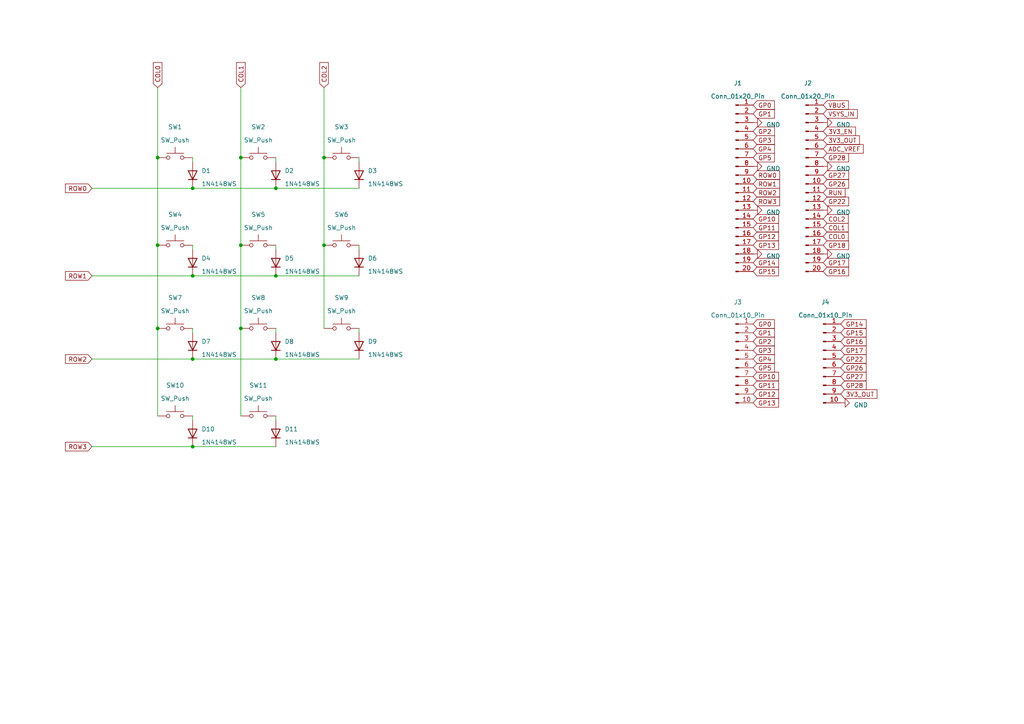
<source format=kicad_sch>
(kicad_sch (version 20230121) (generator eeschema)
  (paper "A4")
  (lib_symbols
    (symbol "Connector:Conn_01x10_Pin" (pin_names (offset 1.016) hide)
      (property "Reference" "J" (at 0 12.7 0))
      (property "Value" "Conn_01x10_Pin" (at 0 -15.24 0))
      (symbol "Conn_01x10_Pin_1_1"
        (polyline (pts (xy 1.27 -12.7) (xy 0.8636 -12.7)) (stroke (width 0.1524)))
        (polyline (pts (xy 1.27 -10.16) (xy 0.8636 -10.16)) (stroke (width 0.1524)))
        (polyline (pts (xy 1.27 -7.62) (xy 0.8636 -7.62)) (stroke (width 0.1524)))
        (polyline (pts (xy 1.27 -5.08) (xy 0.8636 -5.08)) (stroke (width 0.1524)))
        (polyline (pts (xy 1.27 -2.54) (xy 0.8636 -2.54)) (stroke (width 0.1524)))
        (polyline (pts (xy 1.27 0) (xy 0.8636 0)) (stroke (width 0.1524)))
        (polyline (pts (xy 1.27 2.54) (xy 0.8636 2.54)) (stroke (width 0.1524)))
        (polyline (pts (xy 1.27 5.08) (xy 0.8636 5.08)) (stroke (width 0.1524)))
        (polyline (pts (xy 1.27 7.62) (xy 0.8636 7.62)) (stroke (width 0.1524)))
        (polyline (pts (xy 1.27 10.16) (xy 0.8636 10.16)) (stroke (width 0.1524)))
        (rectangle (start 0.8636 -12.573) (end 0 -12.827) (stroke (width 0.1524)) (fill (type outline)))
        (rectangle (start 0.8636 -10.033) (end 0 -10.287) (stroke (width 0.1524)) (fill (type outline)))
        (rectangle (start 0.8636 -7.493) (end 0 -7.747) (stroke (width 0.1524)) (fill (type outline)))
        (rectangle (start 0.8636 -4.953) (end 0 -5.207) (stroke (width 0.1524)) (fill (type outline)))
        (rectangle (start 0.8636 -2.413) (end 0 -2.667) (stroke (width 0.1524)) (fill (type outline)))
        (rectangle (start 0.8636 0.127) (end 0 -0.127) (stroke (width 0.1524)) (fill (type outline)))
        (rectangle (start 0.8636 2.667) (end 0 2.413) (stroke (width 0.1524)) (fill (type outline)))
        (rectangle (start 0.8636 5.207) (end 0 4.953) (stroke (width 0.1524)) (fill (type outline)))
        (rectangle (start 0.8636 7.747) (end 0 7.493) (stroke (width 0.1524)) (fill (type outline)))
        (rectangle (start 0.8636 10.287) (end 0 10.033) (stroke (width 0.1524)) (fill (type outline)))
        (pin passive line (at 5.08 10.16 180) (length 3.81) (name "Pin_1") (number "1"))
        (pin passive line (at 5.08 -12.7 180) (length 3.81) (name "Pin_10") (number "10"))
        (pin passive line (at 5.08 7.62 180) (length 3.81) (name "Pin_2") (number "2"))
        (pin passive line (at 5.08 5.08 180) (length 3.81) (name "Pin_3") (number "3"))
        (pin passive line (at 5.08 2.54 180) (length 3.81) (name "Pin_4") (number "4"))
        (pin passive line (at 5.08 0 180) (length 3.81) (name "Pin_5") (number "5"))
        (pin passive line (at 5.08 -2.54 180) (length 3.81) (name "Pin_6") (number "6"))
        (pin passive line (at 5.08 -5.08 180) (length 3.81) (name "Pin_7") (number "7"))
        (pin passive line (at 5.08 -7.62 180) (length 3.81) (name "Pin_8") (number "8"))
        (pin passive line (at 5.08 -10.16 180) (length 3.81) (name "Pin_9") (number "9"))
      )
    )
    (symbol "Connector:Conn_01x20_Pin" (pin_names (offset 1.016) hide)
      (property "Reference" "J" (at 0 25.4 0))
      (property "Value" "Conn_01x20_Pin" (at 0 -27.94 0))
      (symbol "Conn_01x20_Pin_1_1"
        (polyline (pts (xy 1.27 -25.4) (xy 0.8636 -25.4)) (stroke (width 0.1524)))
        (polyline (pts (xy 1.27 -22.86) (xy 0.8636 -22.86)) (stroke (width 0.1524)))
        (polyline (pts (xy 1.27 -20.32) (xy 0.8636 -20.32)) (stroke (width 0.1524)))
        (polyline (pts (xy 1.27 -17.78) (xy 0.8636 -17.78)) (stroke (width 0.1524)))
        (polyline (pts (xy 1.27 -15.24) (xy 0.8636 -15.24)) (stroke (width 0.1524)))
        (polyline (pts (xy 1.27 -12.7) (xy 0.8636 -12.7)) (stroke (width 0.1524)))
        (polyline (pts (xy 1.27 -10.16) (xy 0.8636 -10.16)) (stroke (width 0.1524)))
        (polyline (pts (xy 1.27 -7.62) (xy 0.8636 -7.62)) (stroke (width 0.1524)))
        (polyline (pts (xy 1.27 -5.08) (xy 0.8636 -5.08)) (stroke (width 0.1524)))
        (polyline (pts (xy 1.27 -2.54) (xy 0.8636 -2.54)) (stroke (width 0.1524)))
        (polyline (pts (xy 1.27 0) (xy 0.8636 0)) (stroke (width 0.1524)))
        (polyline (pts (xy 1.27 2.54) (xy 0.8636 2.54)) (stroke (width 0.1524)))
        (polyline (pts (xy 1.27 5.08) (xy 0.8636 5.08)) (stroke (width 0.1524)))
        (polyline (pts (xy 1.27 7.62) (xy 0.8636 7.62)) (stroke (width 0.1524)))
        (polyline (pts (xy 1.27 10.16) (xy 0.8636 10.16)) (stroke (width 0.1524)))
        (polyline (pts (xy 1.27 12.7) (xy 0.8636 12.7)) (stroke (width 0.1524)))
        (polyline (pts (xy 1.27 15.24) (xy 0.8636 15.24)) (stroke (width 0.1524)))
        (polyline (pts (xy 1.27 17.78) (xy 0.8636 17.78)) (stroke (width 0.1524)))
        (polyline (pts (xy 1.27 20.32) (xy 0.8636 20.32)) (stroke (width 0.1524)))
        (polyline (pts (xy 1.27 22.86) (xy 0.8636 22.86)) (stroke (width 0.1524)))
        (rectangle (start 0.8636 -25.273) (end 0 -25.527) (stroke (width 0.1524)) (fill (type outline)))
        (rectangle (start 0.8636 -22.733) (end 0 -22.987) (stroke (width 0.1524)) (fill (type outline)))
        (rectangle (start 0.8636 -20.193) (end 0 -20.447) (stroke (width 0.1524)) (fill (type outline)))
        (rectangle (start 0.8636 -17.653) (end 0 -17.907) (stroke (width 0.1524)) (fill (type outline)))
        (rectangle (start 0.8636 -15.113) (end 0 -15.367) (stroke (width 0.1524)) (fill (type outline)))
        (rectangle (start 0.8636 -12.573) (end 0 -12.827) (stroke (width 0.1524)) (fill (type outline)))
        (rectangle (start 0.8636 -10.033) (end 0 -10.287) (stroke (width 0.1524)) (fill (type outline)))
        (rectangle (start 0.8636 -7.493) (end 0 -7.747) (stroke (width 0.1524)) (fill (type outline)))
        (rectangle (start 0.8636 -4.953) (end 0 -5.207) (stroke (width 0.1524)) (fill (type outline)))
        (rectangle (start 0.8636 -2.413) (end 0 -2.667) (stroke (width 0.1524)) (fill (type outline)))
        (rectangle (start 0.8636 0.127) (end 0 -0.127) (stroke (width 0.1524)) (fill (type outline)))
        (rectangle (start 0.8636 2.667) (end 0 2.413) (stroke (width 0.1524)) (fill (type outline)))
        (rectangle (start 0.8636 5.207) (end 0 4.953) (stroke (width 0.1524)) (fill (type outline)))
        (rectangle (start 0.8636 7.747) (end 0 7.493) (stroke (width 0.1524)) (fill (type outline)))
        (rectangle (start 0.8636 10.287) (end 0 10.033) (stroke (width 0.1524)) (fill (type outline)))
        (rectangle (start 0.8636 12.827) (end 0 12.573) (stroke (width 0.1524)) (fill (type outline)))
        (rectangle (start 0.8636 15.367) (end 0 15.113) (stroke (width 0.1524)) (fill (type outline)))
        (rectangle (start 0.8636 17.907) (end 0 17.653) (stroke (width 0.1524)) (fill (type outline)))
        (rectangle (start 0.8636 20.447) (end 0 20.193) (stroke (width 0.1524)) (fill (type outline)))
        (rectangle (start 0.8636 22.987) (end 0 22.733) (stroke (width 0.1524)) (fill (type outline)))
        (pin passive line (at 5.08 22.86 180) (length 3.81) (name "Pin_1") (number "1"))
        (pin passive line (at 5.08 0 180) (length 3.81) (name "Pin_10") (number "10"))
        (pin passive line (at 5.08 -2.54 180) (length 3.81) (name "Pin_11") (number "11"))
        (pin passive line (at 5.08 -5.08 180) (length 3.81) (name "Pin_12") (number "12"))
        (pin passive line (at 5.08 -7.62 180) (length 3.81) (name "Pin_13") (number "13"))
        (pin passive line (at 5.08 -10.16 180) (length 3.81) (name "Pin_14") (number "14"))
        (pin passive line (at 5.08 -12.7 180) (length 3.81) (name "Pin_15") (number "15"))
        (pin passive line (at 5.08 -15.24 180) (length 3.81) (name "Pin_16") (number "16"))
        (pin passive line (at 5.08 -17.78 180) (length 3.81) (name "Pin_17") (number "17"))
        (pin passive line (at 5.08 -20.32 180) (length 3.81) (name "Pin_18") (number "18"))
        (pin passive line (at 5.08 -22.86 180) (length 3.81) (name "Pin_19") (number "19"))
        (pin passive line (at 5.08 20.32 180) (length 3.81) (name "Pin_2") (number "2"))
        (pin passive line (at 5.08 -25.4 180) (length 3.81) (name "Pin_20") (number "20"))
        (pin passive line (at 5.08 17.78 180) (length 3.81) (name "Pin_3") (number "3"))
        (pin passive line (at 5.08 15.24 180) (length 3.81) (name "Pin_4") (number "4"))
        (pin passive line (at 5.08 12.7 180) (length 3.81) (name "Pin_5") (number "5"))
        (pin passive line (at 5.08 10.16 180) (length 3.81) (name "Pin_6") (number "6"))
        (pin passive line (at 5.08 7.62 180) (length 3.81) (name "Pin_7") (number "7"))
        (pin passive line (at 5.08 5.08 180) (length 3.81) (name "Pin_8") (number "8"))
        (pin passive line (at 5.08 2.54 180) (length 3.81) (name "Pin_9") (number "9"))
      )
    )
    (symbol "Diode:1N4148WS" (pin_numbers hide) (pin_names hide)
      (property "Reference" "D" (at 0 2.54 0))
      (property "Value" "1N4148WS" (at 0 -2.54 0))
      (symbol "1N4148WS_0_1"
        (polyline (pts (xy -1.27 1.27) (xy -1.27 -1.27)) (stroke (width 0.254)))
        (polyline (pts (xy 1.27 0) (xy -1.27 0)))
        (polyline (pts (xy 1.27 1.27) (xy 1.27 -1.27) (xy -1.27 0) (xy 1.27 1.27)) (stroke (width 0.254)))
      )
      (symbol "1N4148WS_1_1"
        (pin passive line (at -3.81 0 0) (length 2.54) (name "K") (number "1"))
        (pin passive line (at 3.81 0 180) (length 2.54) (name "A") (number "2"))
      )
    )
    (symbol "Switch:SW_Push" (pin_numbers hide) (pin_names (offset 1.016) hide)
      (property "Reference" "SW" (at 1.27 2.54 0))
      (property "Value" "SW_Push" (at 0 -1.524 0))
      (symbol "SW_Push_0_1"
        (circle (center -2.032 0) (radius 0.508))
        (polyline (pts (xy 0 1.27) (xy 0 3.048)))
        (polyline (pts (xy 2.54 1.27) (xy -2.54 1.27)))
        (circle (center 2.032 0) (radius 0.508))
        (pin passive line (at -5.08 0 0) (length 2.54) (name "1") (number "1"))
        (pin passive line (at 5.08 0 180) (length 2.54) (name "2") (number "2"))
      )
    )
    (symbol "power:GND" (power) (pin_names (offset 0))
      (property "Value" "GND" (at 0 -3.81 0))
      (symbol "GND_0_1"
        (polyline (pts (xy 0 0) (xy 0 -1.27) (xy 1.27 -1.27) (xy 0 -2.54) (xy -1.27 -1.27) (xy 0 -1.27)))
      )
      (symbol "GND_1_1"
        (pin power_in line (at 0 0 270) (length 0) hide (name "GND") (number "1"))
      )
    )
  )
  (junction (at 45.72 45.72))
  (junction (at 55.88 80.01))
  (junction (at 55.88 54.61))
  (junction (at 80.01 104.14))
  (junction (at 80.01 54.61))
  (junction (at 55.88 129.54))
  (junction (at 69.85 45.72))
  (junction (at 80.01 80.01))
  (junction (at 55.88 104.14))
  (junction (at 45.72 71.12))
  (junction (at 93.98 71.12))
  (junction (at 93.98 45.72))
  (junction (at 45.72 95.25))
  (junction (at 69.85 71.12))
  (junction (at 69.85 95.25))
  (wire (pts (xy 80.01 72.39) (xy 80.01 71.12)))
  (wire (pts (xy 80.01 121.92) (xy 80.01 120.65)))
  (wire (pts (xy 55.88 121.92) (xy 55.88 120.65)))
  (wire (pts (xy 55.88 54.61) (xy 80.01 54.61)))
  (wire (pts (xy 45.72 71.12) (xy 45.72 95.25)))
  (wire (pts (xy 69.85 71.12) (xy 69.85 95.25)))
  (wire (pts (xy 26.67 54.61) (xy 55.88 54.61)))
  (wire (pts (xy 55.88 46.99) (xy 55.88 45.72)))
  (wire (pts (xy 26.67 104.14) (xy 55.88 104.14)))
  (wire (pts (xy 45.72 95.25) (xy 45.72 120.65)))
  (wire (pts (xy 55.88 104.14) (xy 80.01 104.14)))
  (wire (pts (xy 45.72 45.72) (xy 45.72 71.12)))
  (wire (pts (xy 69.85 45.72) (xy 69.85 71.12)))
  (wire (pts (xy 93.98 45.72) (xy 93.98 71.12)))
  (wire (pts (xy 93.98 25.4) (xy 93.98 45.72)))
  (wire (pts (xy 93.98 71.12) (xy 93.98 95.25)))
  (wire (pts (xy 55.88 129.54) (xy 80.01 129.54)))
  (wire (pts (xy 55.88 80.01) (xy 80.01 80.01)))
  (wire (pts (xy 80.01 46.99) (xy 80.01 45.72)))
  (wire (pts (xy 80.01 104.14) (xy 104.14 104.14)))
  (wire (pts (xy 80.01 54.61) (xy 104.14 54.61)))
  (wire (pts (xy 45.72 25.4) (xy 45.72 45.72)))
  (wire (pts (xy 80.01 80.01) (xy 104.14 80.01)))
  (wire (pts (xy 26.67 80.01) (xy 55.88 80.01)))
  (wire (pts (xy 55.88 72.39) (xy 55.88 71.12)))
  (wire (pts (xy 69.85 25.4) (xy 69.85 45.72)))
  (wire (pts (xy 69.85 95.25) (xy 69.85 120.65)))
  (wire (pts (xy 55.88 96.52) (xy 55.88 95.25)))
  (wire (pts (xy 104.14 96.52) (xy 104.14 95.25)))
  (wire (pts (xy 26.67 129.54) (xy 55.88 129.54)))
  (wire (pts (xy 104.14 72.39) (xy 104.14 71.12)))
  (wire (pts (xy 80.01 96.52) (xy 80.01 95.25)))
  (wire (pts (xy 104.14 46.99) (xy 104.14 45.72)))
  (global_label "GP5" (shape input) (at 218.44 45.72 0) (property "Intersheetrefs" "${INTERSHEET_REFS}" (effects hide)))
  (global_label "COL0" (shape input) (at 45.72 25.4 90) (property "Intersheetrefs" "${INTERSHEET_REFS}" (effects hide)))
  (global_label "VBUS" (shape input) (at 238.76 30.48 0) (property "Intersheetrefs" "${INTERSHEET_REFS}" (effects hide)))
  (global_label "GP18" (shape input) (at 238.76 71.12 0) (property "Intersheetrefs" "${INTERSHEET_REFS}" (effects hide)))
  (global_label "ROW3" (shape input) (at 218.44 58.42 0) (property "Intersheetrefs" "${INTERSHEET_REFS}" (effects hide)))
  (global_label "GP17" (shape input) (at 243.84 101.6 0) (property "Intersheetrefs" "${INTERSHEET_REFS}" (effects hide)))
  (global_label "ROW0" (shape input) (at 26.67 54.61 180) (property "Intersheetrefs" "${INTERSHEET_REFS}" (effects hide)))
  (global_label "GP15" (shape input) (at 218.44 78.74 0) (property "Intersheetrefs" "${INTERSHEET_REFS}" (effects hide)))
  (global_label "GP12" (shape input) (at 218.44 114.3 0) (property "Intersheetrefs" "${INTERSHEET_REFS}" (effects hide)))
  (global_label "GP4" (shape input) (at 218.44 104.14 0) (property "Intersheetrefs" "${INTERSHEET_REFS}" (effects hide)))
  (global_label "GP15" (shape input) (at 243.84 96.52 0) (property "Intersheetrefs" "${INTERSHEET_REFS}" (effects hide)))
  (global_label "GP22" (shape input) (at 238.76 58.42 0) (property "Intersheetrefs" "${INTERSHEET_REFS}" (effects hide)))
  (global_label "GP28" (shape input) (at 238.76 45.72 0) (property "Intersheetrefs" "${INTERSHEET_REFS}" (effects hide)))
  (global_label "ROW3" (shape input) (at 26.67 129.54 180) (property "Intersheetrefs" "${INTERSHEET_REFS}" (effects hide)))
  (global_label "RUN" (shape input) (at 238.76 55.88 0) (property "Intersheetrefs" "${INTERSHEET_REFS}" (effects hide)))
  (global_label "ROW2" (shape input) (at 218.44 55.88 0) (property "Intersheetrefs" "${INTERSHEET_REFS}" (effects hide)))
  (global_label "GP26" (shape input) (at 243.84 106.68 0) (property "Intersheetrefs" "${INTERSHEET_REFS}" (effects hide)))
  (global_label "GP11" (shape input) (at 218.44 66.04 0) (property "Intersheetrefs" "${INTERSHEET_REFS}" (effects hide)))
  (global_label "GP2" (shape input) (at 218.44 38.1 0) (property "Intersheetrefs" "${INTERSHEET_REFS}" (effects hide)))
  (global_label "GP0" (shape input) (at 218.44 93.98 0) (property "Intersheetrefs" "${INTERSHEET_REFS}" (effects hide)))
  (global_label "ROW1" (shape input) (at 218.44 53.34 0) (property "Intersheetrefs" "${INTERSHEET_REFS}" (effects hide)))
  (global_label "GP16" (shape input) (at 243.84 99.06 0) (property "Intersheetrefs" "${INTERSHEET_REFS}" (effects hide)))
  (global_label "COL1" (shape input) (at 69.85 25.4 90) (property "Intersheetrefs" "${INTERSHEET_REFS}" (effects hide)))
  (global_label "GP13" (shape input) (at 218.44 71.12 0) (property "Intersheetrefs" "${INTERSHEET_REFS}" (effects hide)))
  (global_label "GP16" (shape input) (at 238.76 78.74 0) (property "Intersheetrefs" "${INTERSHEET_REFS}" (effects hide)))
  (global_label "COL0" (shape input) (at 238.76 68.58 0) (property "Intersheetrefs" "${INTERSHEET_REFS}" (effects hide)))
  (global_label "ROW2" (shape input) (at 26.67 104.14 180) (property "Intersheetrefs" "${INTERSHEET_REFS}" (effects hide)))
  (global_label "GP10" (shape input) (at 218.44 109.22 0) (property "Intersheetrefs" "${INTERSHEET_REFS}" (effects hide)))
  (global_label "GP17" (shape input) (at 238.76 76.2 0) (property "Intersheetrefs" "${INTERSHEET_REFS}" (effects hide)))
  (global_label "ADC_VREF" (shape input) (at 238.76 43.18 0) (property "Intersheetrefs" "${INTERSHEET_REFS}" (effects hide)))
  (global_label "VSYS_IN" (shape input) (at 238.76 33.02 0) (property "Intersheetrefs" "${INTERSHEET_REFS}" (effects hide)))
  (global_label "COL2" (shape input) (at 238.76 63.5 0) (property "Intersheetrefs" "${INTERSHEET_REFS}" (effects hide)))
  (global_label "3V3_EN" (shape input) (at 238.76 38.1 0) (property "Intersheetrefs" "${INTERSHEET_REFS}" (effects hide)))
  (global_label "GP2" (shape input) (at 218.44 99.06 0) (property "Intersheetrefs" "${INTERSHEET_REFS}" (effects hide)))
  (global_label "ROW1" (shape input) (at 26.67 80.01 180) (property "Intersheetrefs" "${INTERSHEET_REFS}" (effects hide)))
  (global_label "COL2" (shape input) (at 93.98 25.4 90) (property "Intersheetrefs" "${INTERSHEET_REFS}" (effects hide)))
  (global_label "GP13" (shape input) (at 218.44 116.84 0) (property "Intersheetrefs" "${INTERSHEET_REFS}" (effects hide)))
  (global_label "GP1" (shape input) (at 218.44 33.02 0) (property "Intersheetrefs" "${INTERSHEET_REFS}" (effects hide)))
  (global_label "GP14" (shape input) (at 218.44 76.2 0) (property "Intersheetrefs" "${INTERSHEET_REFS}" (effects hide)))
  (global_label "GP0" (shape input) (at 218.44 30.48 0) (property "Intersheetrefs" "${INTERSHEET_REFS}" (effects hide)))
  (global_label "GP10" (shape input) (at 218.44 63.5 0) (property "Intersheetrefs" "${INTERSHEET_REFS}" (effects hide)))
  (global_label "GP11" (shape input) (at 218.44 111.76 0) (property "Intersheetrefs" "${INTERSHEET_REFS}" (effects hide)))
  (global_label "ROW0" (shape input) (at 218.44 50.8 0) (property "Intersheetrefs" "${INTERSHEET_REFS}" (effects hide)))
  (global_label "GP27" (shape input) (at 238.76 50.8 0) (property "Intersheetrefs" "${INTERSHEET_REFS}" (effects hide)))
  (global_label "GP3" (shape input) (at 218.44 40.64 0) (property "Intersheetrefs" "${INTERSHEET_REFS}" (effects hide)))
  (global_label "GP1" (shape input) (at 218.44 96.52 0) (property "Intersheetrefs" "${INTERSHEET_REFS}" (effects hide)))
  (global_label "3V3_OUT" (shape input) (at 243.84 114.3 0) (property "Intersheetrefs" "${INTERSHEET_REFS}" (effects hide)))
  (global_label "GP26" (shape input) (at 238.76 53.34 0) (property "Intersheetrefs" "${INTERSHEET_REFS}" (effects hide)))
  (global_label "GP22" (shape input) (at 243.84 104.14 0) (property "Intersheetrefs" "${INTERSHEET_REFS}" (effects hide)))
  (global_label "GP27" (shape input) (at 243.84 109.22 0) (property "Intersheetrefs" "${INTERSHEET_REFS}" (effects hide)))
  (global_label "GP28" (shape input) (at 243.84 111.76 0) (property "Intersheetrefs" "${INTERSHEET_REFS}" (effects hide)))
  (global_label "GP12" (shape input) (at 218.44 68.58 0) (property "Intersheetrefs" "${INTERSHEET_REFS}" (effects hide)))
  (global_label "GP3" (shape input) (at 218.44 101.6 0) (property "Intersheetrefs" "${INTERSHEET_REFS}" (effects hide)))
  (global_label "3V3_OUT" (shape input) (at 238.76 40.64 0) (property "Intersheetrefs" "${INTERSHEET_REFS}" (effects hide)))
  (global_label "GP4" (shape input) (at 218.44 43.18 0) (property "Intersheetrefs" "${INTERSHEET_REFS}" (effects hide)))
  (global_label "GP5" (shape input) (at 218.44 106.68 0) (property "Intersheetrefs" "${INTERSHEET_REFS}" (effects hide)))
  (global_label "COL1" (shape input) (at 238.76 66.04 0) (property "Intersheetrefs" "${INTERSHEET_REFS}" (effects hide)))
  (global_label "GP14" (shape input) (at 243.84 93.98 0) (property "Intersheetrefs" "${INTERSHEET_REFS}" (effects hide)))
  (symbol (lib_id "Switch:SW_Push") (at 74.93 71.12 0) (unit 1)
    (property "Reference" "SW5" (at 74.93 62.23 0))
    (property "Value" "SW_Push" (at 74.93 66.04 0))
    (property "Footprint" "PCM_Switch_Keyboard_Hotswap_Kailh:SW_Hotswap_Kailh_MX_Plated_1.00u" (effects hide))
  )
  (symbol (lib_id "Diode:1N4148WS") (at 104.14 76.2 90) (unit 1)
    (property "Reference" "D6" (at 106.68 74.9299 90) (effects (justify right)))
    (property "Value" "1N4148WS" (at 106.68 78.7399 90) (effects (justify right)))
    (property "Footprint" "Diode_SMD:D_SOD-323" (effects hide))
    (property "Datasheet" "https://www.vishay.com/docs/85751/1n4148ws.pdf" (effects hide))
    (property "Sim.Device" "D" (effects hide))
    (property "Sim.Pins" "1=K 2=A" (effects hide))
  )
  (symbol (lib_id "Switch:SW_Push") (at 99.06 95.25 0) (unit 1)
    (property "Reference" "SW9" (at 99.06 86.36 0))
    (property "Value" "SW_Push" (at 99.06 90.17 0))
    (property "Footprint" "PCM_Switch_Keyboard_Hotswap_Kailh:SW_Hotswap_Kailh_MX_Plated_1.00u" (effects hide))
  )
  (symbol (lib_id "power:GND") (at 238.76 35.56 90) (mirror x) (unit 1)
    (property "Reference" "#PWR03" (effects hide))
    (property "Value" "GND" (at 242.57 36.1949 90) (effects (justify right)))
  )
  (symbol (lib_id "power:GND") (at 218.44 73.66 90) (mirror x) (unit 1)
    (property "Reference" "#PWR06" (effects hide))
    (property "Value" "GND" (at 222.25 74.2949 90) (effects (justify right)))
  )
  (symbol (lib_id "Switch:SW_Push") (at 50.8 71.12 0) (unit 1)
    (property "Reference" "SW4" (at 50.8 62.23 0))
    (property "Value" "SW_Push" (at 50.8 66.04 0))
    (property "Footprint" "PCM_Switch_Keyboard_Hotswap_Kailh:SW_Hotswap_Kailh_MX_Plated_1.00u" (effects hide))
  )
  (symbol (lib_id "power:GND") (at 238.76 73.66 90) (mirror x) (unit 1)
    (property "Reference" "#PWR08" (effects hide))
    (property "Value" "GND" (at 242.57 74.2949 90) (effects (justify right)))
  )
  (symbol (lib_id "Diode:1N4148WS") (at 55.88 100.33 90) (unit 1)
    (property "Reference" "D7" (at 58.42 99.0599 90) (effects (justify right)))
    (property "Value" "1N4148WS" (at 58.42 102.8699 90) (effects (justify right)))
    (property "Footprint" "Diode_SMD:D_SOD-323" (effects hide))
    (property "Datasheet" "https://www.vishay.com/docs/85751/1n4148ws.pdf" (effects hide))
    (property "Sim.Device" "D" (effects hide))
    (property "Sim.Pins" "1=K 2=A" (effects hide))
  )
  (symbol (lib_id "Diode:1N4148WS") (at 104.14 100.33 90) (unit 1)
    (property "Reference" "D9" (at 106.68 99.0599 90) (effects (justify right)))
    (property "Value" "1N4148WS" (at 106.68 102.8699 90) (effects (justify right)))
    (property "Footprint" "Diode_SMD:D_SOD-323" (effects hide))
    (property "Datasheet" "https://www.vishay.com/docs/85751/1n4148ws.pdf" (effects hide))
    (property "Sim.Device" "D" (effects hide))
    (property "Sim.Pins" "1=K 2=A" (effects hide))
  )
  (symbol (lib_id "Switch:SW_Push") (at 50.8 95.25 0) (unit 1)
    (property "Reference" "SW7" (at 50.8 86.36 0))
    (property "Value" "SW_Push" (at 50.8 90.17 0))
    (property "Footprint" "PCM_Switch_Keyboard_Hotswap_Kailh:SW_Hotswap_Kailh_MX_Plated_1.00u" (effects hide))
  )
  (symbol (lib_id "Diode:1N4148WS") (at 55.88 125.73 90) (unit 1)
    (property "Reference" "D10" (at 58.42 124.4599 90) (effects (justify right)))
    (property "Value" "1N4148WS" (at 58.42 128.2699 90) (effects (justify right)))
    (property "Footprint" "Diode_SMD:D_SOD-323" (effects hide))
    (property "Datasheet" "https://www.vishay.com/docs/85751/1n4148ws.pdf" (effects hide))
    (property "Sim.Device" "D" (effects hide))
    (property "Sim.Pins" "1=K 2=A" (effects hide))
  )
  (symbol (lib_id "Connector:Conn_01x10_Pin") (at 213.36 104.14 0) (unit 1)
    (property "Reference" "J3" (at 213.995 87.63 0))
    (property "Value" "Conn_01x10_Pin" (at 213.995 91.44 0))
    (property "Footprint" "Connector_PinSocket_2.54mm:PinSocket_1x10_P2.54mm_Vertical" (effects hide))
  )
  (symbol (lib_id "Connector:Conn_01x20_Pin") (at 233.68 53.34 0) (unit 1)
    (property "Reference" "J2" (at 234.315 24.13 0))
    (property "Value" "Conn_01x20_Pin" (at 234.315 27.94 0))
    (property "Footprint" "Connector_PinSocket_2.54mm:PinSocket_1x20_P2.54mm_Vertical" (effects hide))
  )
  (symbol (lib_id "power:GND") (at 218.44 60.96 90) (mirror x) (unit 1)
    (property "Reference" "#PWR05" (effects hide))
    (property "Value" "GND" (at 222.25 61.5949 90) (effects (justify right)))
  )
  (symbol (lib_id "Diode:1N4148WS") (at 80.01 100.33 90) (unit 1)
    (property "Reference" "D8" (at 82.55 99.0599 90) (effects (justify right)))
    (property "Value" "1N4148WS" (at 82.55 102.8699 90) (effects (justify right)))
    (property "Footprint" "Diode_SMD:D_SOD-323" (effects hide))
    (property "Datasheet" "https://www.vishay.com/docs/85751/1n4148ws.pdf" (effects hide))
    (property "Sim.Device" "D" (effects hide))
    (property "Sim.Pins" "1=K 2=A" (effects hide))
  )
  (symbol (lib_id "Diode:1N4148WS") (at 55.88 76.2 90) (unit 1)
    (property "Reference" "D4" (at 58.42 74.9299 90) (effects (justify right)))
    (property "Value" "1N4148WS" (at 58.42 78.7399 90) (effects (justify right)))
    (property "Footprint" "Diode_SMD:D_SOD-323" (effects hide))
    (property "Datasheet" "https://www.vishay.com/docs/85751/1n4148ws.pdf" (effects hide))
    (property "Sim.Device" "D" (effects hide))
    (property "Sim.Pins" "1=K 2=A" (effects hide))
  )
  (symbol (lib_id "Diode:1N4148WS") (at 104.14 50.8 90) (unit 1)
    (property "Reference" "D3" (at 106.68 49.5299 90) (effects (justify right)))
    (property "Value" "1N4148WS" (at 106.68 53.3399 90) (effects (justify right)))
    (property "Footprint" "Diode_SMD:D_SOD-323" (effects hide))
    (property "Datasheet" "https://www.vishay.com/docs/85751/1n4148ws.pdf" (effects hide))
    (property "Sim.Device" "D" (effects hide))
    (property "Sim.Pins" "1=K 2=A" (effects hide))
  )
  (symbol (lib_id "Switch:SW_Push") (at 50.8 120.65 0) (unit 1)
    (property "Reference" "SW10" (at 50.8 111.76 0))
    (property "Value" "SW_Push" (at 50.8 115.57 0))
    (property "Footprint" "PCM_Switch_Keyboard_Hotswap_Kailh:SW_Hotswap_Kailh_MX_Plated_2.00u" (effects hide))
  )
  (symbol (lib_id "Diode:1N4148WS") (at 80.01 50.8 90) (unit 1)
    (property "Reference" "D2" (at 82.55 49.5299 90) (effects (justify right)))
    (property "Value" "1N4148WS" (at 82.55 53.3399 90) (effects (justify right)))
    (property "Footprint" "Diode_SMD:D_SOD-323" (effects hide))
    (property "Datasheet" "https://www.vishay.com/docs/85751/1n4148ws.pdf" (effects hide))
    (property "Sim.Device" "D" (effects hide))
    (property "Sim.Pins" "1=K 2=A" (effects hide))
  )
  (symbol (lib_id "Diode:1N4148WS") (at 80.01 76.2 90) (unit 1)
    (property "Reference" "D5" (at 82.55 74.9299 90) (effects (justify right)))
    (property "Value" "1N4148WS" (at 82.55 78.7399 90) (effects (justify right)))
    (property "Footprint" "Diode_SMD:D_SOD-323" (effects hide))
    (property "Datasheet" "https://www.vishay.com/docs/85751/1n4148ws.pdf" (effects hide))
    (property "Sim.Device" "D" (effects hide))
    (property "Sim.Pins" "1=K 2=A" (effects hide))
  )
  (symbol (lib_id "power:GND") (at 218.44 35.56 90) (mirror x) (unit 1)
    (property "Reference" "#PWR01" (effects hide))
    (property "Value" "GND" (at 222.25 36.1949 90) (effects (justify right)))
  )
  (symbol (lib_id "power:GND") (at 238.76 60.96 90) (mirror x) (unit 1)
    (property "Reference" "#PWR07" (effects hide))
    (property "Value" "GND" (at 242.57 61.5949 90) (effects (justify right)))
  )
  (symbol (lib_id "Connector:Conn_01x10_Pin") (at 238.76 104.14 0) (unit 1)
    (property "Reference" "J4" (at 239.395 87.63 0))
    (property "Value" "Conn_01x10_Pin" (at 239.395 91.44 0))
    (property "Footprint" "Connector_PinSocket_2.54mm:PinSocket_1x10_P2.54mm_Vertical" (effects hide))
  )
  (symbol (lib_id "power:GND") (at 243.84 116.84 90) (mirror x) (unit 1)
    (property "Reference" "#PWR09" (effects hide))
    (property "Value" "GND" (at 247.65 117.4749 90) (effects (justify right)))
  )
  (symbol (lib_id "Diode:1N4148WS") (at 80.01 125.73 90) (unit 1)
    (property "Reference" "D11" (at 82.55 124.4599 90) (effects (justify right)))
    (property "Value" "1N4148WS" (at 82.55 128.2699 90) (effects (justify right)))
    (property "Footprint" "Diode_SMD:D_SOD-323" (effects hide))
    (property "Datasheet" "https://www.vishay.com/docs/85751/1n4148ws.pdf" (effects hide))
    (property "Sim.Device" "D" (effects hide))
    (property "Sim.Pins" "1=K 2=A" (effects hide))
  )
  (symbol (lib_id "Switch:SW_Push") (at 99.06 45.72 0) (unit 1)
    (property "Reference" "SW3" (at 99.06 36.83 0))
    (property "Value" "SW_Push" (at 99.06 40.64 0))
    (property "Footprint" "PCM_Switch_Keyboard_Hotswap_Kailh:SW_Hotswap_Kailh_MX_Plated_1.00u" (effects hide))
  )
  (symbol (lib_id "Switch:SW_Push") (at 99.06 71.12 0) (unit 1)
    (property "Reference" "SW6" (at 99.06 62.23 0))
    (property "Value" "SW_Push" (at 99.06 66.04 0))
    (property "Footprint" "PCM_Switch_Keyboard_Hotswap_Kailh:SW_Hotswap_Kailh_MX_Plated_1.00u" (effects hide))
  )
  (symbol (lib_id "Switch:SW_Push") (at 50.8 45.72 0) (unit 1)
    (property "Reference" "SW1" (at 50.8 36.83 0))
    (property "Value" "SW_Push" (at 50.8 40.64 0))
    (property "Footprint" "PCM_Switch_Keyboard_Hotswap_Kailh:SW_Hotswap_Kailh_MX_Plated_1.00u" (effects hide))
  )
  (symbol (lib_id "Diode:1N4148WS") (at 55.88 50.8 90) (unit 1)
    (property "Reference" "D1" (at 58.42 49.5299 90) (effects (justify right)))
    (property "Value" "1N4148WS" (at 58.42 53.3399 90) (effects (justify right)))
    (property "Footprint" "Diode_SMD:D_SOD-323" (effects hide))
    (property "Datasheet" "https://www.vishay.com/docs/85751/1n4148ws.pdf" (effects hide))
    (property "Sim.Device" "D" (effects hide))
    (property "Sim.Pins" "1=K 2=A" (effects hide))
  )
  (symbol (lib_id "power:GND") (at 238.76 48.26 90) (mirror x) (unit 1)
    (property "Reference" "#PWR04" (effects hide))
    (property "Value" "GND" (at 242.57 48.8949 90) (effects (justify right)))
  )
  (symbol (lib_id "Switch:SW_Push") (at 74.93 120.65 0) (unit 1)
    (property "Reference" "SW11" (at 74.93 111.76 0))
    (property "Value" "SW_Push" (at 74.93 115.57 0))
    (property "Footprint" "PCM_Switch_Keyboard_Hotswap_Kailh:SW_Hotswap_Kailh_MX_Plated_1.00u" (effects hide))
  )
  (symbol (lib_id "Switch:SW_Push") (at 74.93 45.72 0) (unit 1)
    (property "Reference" "SW2" (at 74.93 36.83 0))
    (property "Value" "SW_Push" (at 74.93 40.64 0))
    (property "Footprint" "PCM_Switch_Keyboard_Hotswap_Kailh:SW_Hotswap_Kailh_MX_Plated_1.00u" (effects hide))
  )
  (symbol (lib_id "Connector:Conn_01x20_Pin") (at 213.36 53.34 0) (unit 1)
    (property "Reference" "J1" (at 213.995 24.13 0))
    (property "Value" "Conn_01x20_Pin" (at 213.995 27.94 0))
    (property "Footprint" "Connector_PinSocket_2.54mm:PinSocket_1x20_P2.54mm_Vertical" (effects hide))
  )
  (symbol (lib_id "Switch:SW_Push") (at 74.93 95.25 0) (unit 1)
    (property "Reference" "SW8" (at 74.93 86.36 0))
    (property "Value" "SW_Push" (at 74.93 90.17 0))
    (property "Footprint" "PCM_Switch_Keyboard_Hotswap_Kailh:SW_Hotswap_Kailh_MX_Plated_1.00u" (effects hide))
  )
  (symbol (lib_id "power:GND") (at 218.44 48.26 90) (mirror x) (unit 1)
    (property "Reference" "#PWR02" (effects hide))
    (property "Value" "GND" (at 222.25 48.8949 90) (effects (justify right)))
  )
)
</source>
